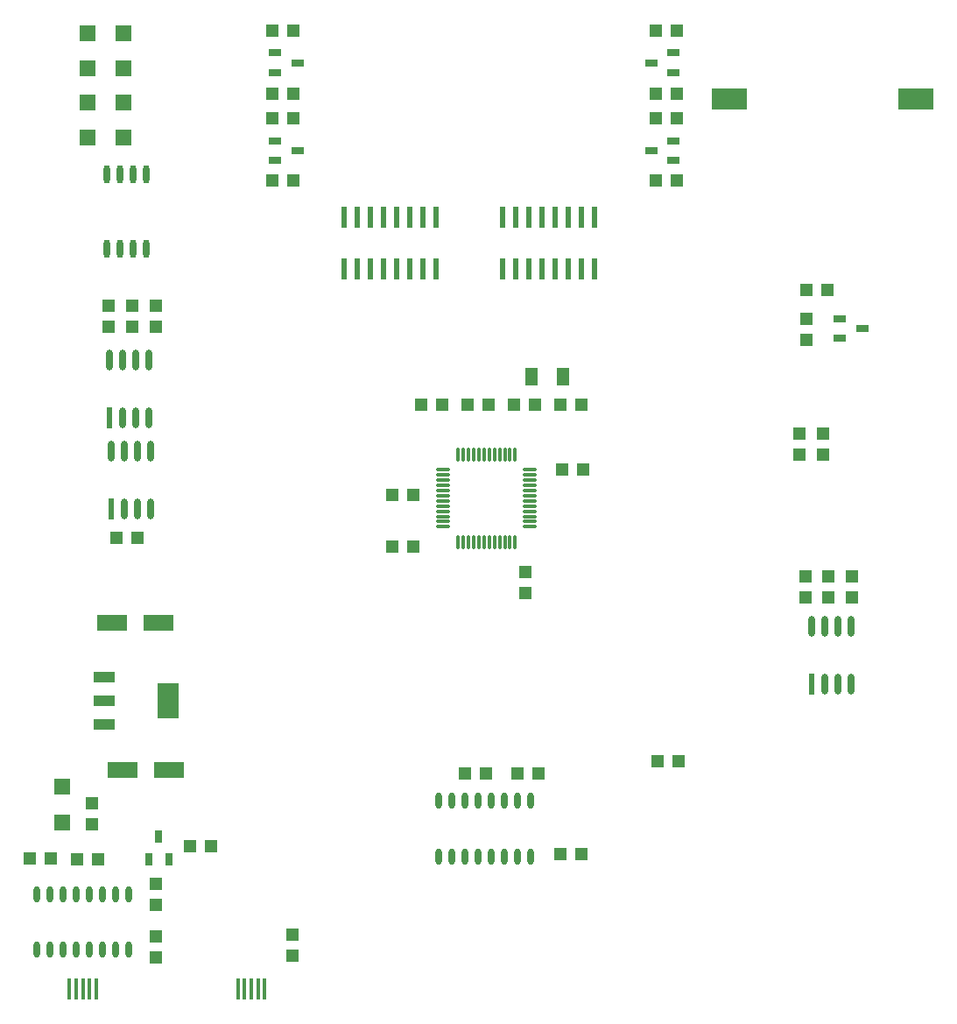
<source format=gtp>
G04 Layer_Color=8421504*
%FSLAX24Y24*%
%MOIN*%
G70*
G01*
G75*
%ADD11R,0.0600X0.0600*%
%ADD12O,0.0236X0.0709*%
%ADD13R,0.0500X0.0500*%
%ADD14O,0.0240X0.0800*%
%ADD15R,0.0240X0.0800*%
%ADD16R,0.1181X0.0630*%
%ADD17R,0.0846X0.1378*%
%ADD18R,0.0846X0.0433*%
%ADD19R,0.0846X0.0433*%
%ADD20R,0.0600X0.0600*%
%ADD21R,0.0500X0.0500*%
%ADD22O,0.0236X0.0610*%
%ADD23R,0.0157X0.0787*%
%ADD24R,0.0315X0.0472*%
%ADD25R,0.0472X0.0315*%
%ADD26R,0.1378X0.0787*%
%ADD27R,0.0472X0.0709*%
%ADD28O,0.0591X0.0118*%
%ADD29O,0.0118X0.0591*%
%ADD30R,0.0217X0.0787*%
D11*
X4712Y35463D02*
D03*
X6062D02*
D03*
X4712Y34143D02*
D03*
X6062D02*
D03*
X4712Y38103D02*
D03*
X6062D02*
D03*
X4712Y36783D02*
D03*
X6062D02*
D03*
D12*
X5430Y29900D02*
D03*
X5930D02*
D03*
X6430D02*
D03*
X6930D02*
D03*
X5430Y32735D02*
D03*
X5930D02*
D03*
X6430D02*
D03*
X6930D02*
D03*
D13*
X6405Y26930D02*
D03*
Y27730D02*
D03*
X7320Y26930D02*
D03*
Y27730D02*
D03*
X4864Y8810D02*
D03*
Y8010D02*
D03*
X12510Y3010D02*
D03*
Y3810D02*
D03*
X33800Y16660D02*
D03*
Y17460D02*
D03*
X32920Y16660D02*
D03*
Y17460D02*
D03*
X31790Y22880D02*
D03*
Y22080D02*
D03*
X32070Y26430D02*
D03*
Y27230D02*
D03*
X32720Y22880D02*
D03*
Y22080D02*
D03*
X7320Y3760D02*
D03*
Y2960D02*
D03*
X5490Y27730D02*
D03*
Y26930D02*
D03*
X32040Y16660D02*
D03*
Y17460D02*
D03*
X21360Y17610D02*
D03*
Y16810D02*
D03*
X7310Y4930D02*
D03*
Y5730D02*
D03*
D14*
X6610Y20000D02*
D03*
X6110Y22200D02*
D03*
X5610D02*
D03*
X6610D02*
D03*
X6110Y20000D02*
D03*
X7110Y22200D02*
D03*
Y20000D02*
D03*
X6530Y23480D02*
D03*
X6030Y25680D02*
D03*
X5530D02*
D03*
X6530D02*
D03*
X6030Y23480D02*
D03*
X7030Y25680D02*
D03*
Y23480D02*
D03*
X33270Y13350D02*
D03*
X32770Y15550D02*
D03*
X32270D02*
D03*
X33270D02*
D03*
X32770Y13350D02*
D03*
X33770Y15550D02*
D03*
Y13350D02*
D03*
D15*
X5610Y20000D02*
D03*
X5530Y23480D02*
D03*
X32270Y13350D02*
D03*
D16*
X5640Y15680D02*
D03*
X7412D02*
D03*
X7802Y10080D02*
D03*
X6030D02*
D03*
D17*
X7785Y12711D02*
D03*
D18*
X5344Y11806D02*
D03*
Y13617D02*
D03*
D19*
Y12711D02*
D03*
D20*
X3754Y8080D02*
D03*
Y9430D02*
D03*
D21*
X4320Y6690D02*
D03*
X5120D02*
D03*
X8610Y7180D02*
D03*
X9410D02*
D03*
X26400Y10400D02*
D03*
X27200D02*
D03*
X32860Y28350D02*
D03*
X32060D02*
D03*
X27130Y38210D02*
D03*
X26330D02*
D03*
Y32500D02*
D03*
X27130D02*
D03*
X26330Y35820D02*
D03*
X27130D02*
D03*
Y34890D02*
D03*
X26330D02*
D03*
X12530Y38210D02*
D03*
X11730D02*
D03*
Y35820D02*
D03*
X12530D02*
D03*
Y34890D02*
D03*
X11730D02*
D03*
Y32500D02*
D03*
X12530D02*
D03*
X16290Y20530D02*
D03*
X17090D02*
D03*
X21743Y23990D02*
D03*
X20943D02*
D03*
X3290Y6710D02*
D03*
X2490D02*
D03*
X21060Y9930D02*
D03*
X21860D02*
D03*
X19860Y9940D02*
D03*
X19060D02*
D03*
X22710Y6870D02*
D03*
X23510D02*
D03*
X5820Y18910D02*
D03*
X6620D02*
D03*
X16290Y18580D02*
D03*
X17090D02*
D03*
X23580Y21510D02*
D03*
X22780D02*
D03*
X22720Y23990D02*
D03*
X23520D02*
D03*
X17390D02*
D03*
X18190D02*
D03*
X19167D02*
D03*
X19967D02*
D03*
D22*
X2760Y3234D02*
D03*
X3260D02*
D03*
X3760D02*
D03*
X4260D02*
D03*
X4760D02*
D03*
X5260D02*
D03*
X5760D02*
D03*
X6260D02*
D03*
Y5360D02*
D03*
X5760D02*
D03*
X5260D02*
D03*
X4760D02*
D03*
X4260D02*
D03*
X3760D02*
D03*
X3260D02*
D03*
X2760D02*
D03*
X21560Y8920D02*
D03*
X21060D02*
D03*
X20560D02*
D03*
X20060D02*
D03*
X19560D02*
D03*
X19060D02*
D03*
X18560D02*
D03*
X18060D02*
D03*
Y6794D02*
D03*
X18560D02*
D03*
X19060D02*
D03*
X19560D02*
D03*
X20060D02*
D03*
X20560D02*
D03*
X21060D02*
D03*
X21560D02*
D03*
D23*
X4784Y1733D02*
D03*
X5040D02*
D03*
X4016D02*
D03*
X4528D02*
D03*
X4272D02*
D03*
X11198D02*
D03*
X11454D02*
D03*
X10430D02*
D03*
X10942D02*
D03*
X10686D02*
D03*
D24*
X7420Y7540D02*
D03*
X7046Y6674D02*
D03*
X7794D02*
D03*
D25*
X34220Y26870D02*
D03*
X33354Y27244D02*
D03*
Y26496D02*
D03*
X26156Y33638D02*
D03*
X27022Y33264D02*
D03*
Y34012D02*
D03*
X26156Y36988D02*
D03*
X27022Y36614D02*
D03*
Y37362D02*
D03*
X12704Y36990D02*
D03*
X11838Y37364D02*
D03*
Y36616D02*
D03*
X12704Y33640D02*
D03*
X11838Y34014D02*
D03*
Y33266D02*
D03*
D26*
X29137Y35620D02*
D03*
X36250D02*
D03*
D27*
X21619Y25050D02*
D03*
X22800D02*
D03*
D28*
X21555Y21496D02*
D03*
Y21299D02*
D03*
Y21103D02*
D03*
Y20906D02*
D03*
Y20709D02*
D03*
Y20512D02*
D03*
Y20315D02*
D03*
Y20118D02*
D03*
Y19921D02*
D03*
Y19725D02*
D03*
Y19528D02*
D03*
Y19331D02*
D03*
X18248D02*
D03*
Y19528D02*
D03*
Y19725D02*
D03*
Y19921D02*
D03*
Y20118D02*
D03*
Y20315D02*
D03*
Y20512D02*
D03*
Y20709D02*
D03*
Y20906D02*
D03*
Y21103D02*
D03*
Y21299D02*
D03*
Y21496D02*
D03*
D29*
X20984Y18760D02*
D03*
X20787D02*
D03*
X20591D02*
D03*
X20394D02*
D03*
X20197D02*
D03*
X20000D02*
D03*
X19803D02*
D03*
X19606D02*
D03*
X19409D02*
D03*
X19213D02*
D03*
X19016Y18760D02*
D03*
X18819D02*
D03*
X18819Y22067D02*
D03*
X19016D02*
D03*
X19213D02*
D03*
X19409D02*
D03*
X19606D02*
D03*
X19803D02*
D03*
X20000D02*
D03*
X20197D02*
D03*
X20394D02*
D03*
X20591D02*
D03*
X20787D02*
D03*
X20984D02*
D03*
D30*
X24000Y29141D02*
D03*
X23500D02*
D03*
X23000D02*
D03*
X22500D02*
D03*
X22000D02*
D03*
X21500D02*
D03*
X21000D02*
D03*
X20500D02*
D03*
Y31110D02*
D03*
X21000D02*
D03*
X21500D02*
D03*
X22000D02*
D03*
X22500D02*
D03*
X23000D02*
D03*
X23500D02*
D03*
X24000D02*
D03*
X17968D02*
D03*
X17468D02*
D03*
X16968D02*
D03*
X16468D02*
D03*
X15968D02*
D03*
X15468D02*
D03*
X14968D02*
D03*
X14468D02*
D03*
Y29141D02*
D03*
X14968D02*
D03*
X15468D02*
D03*
X15968D02*
D03*
X16468D02*
D03*
X16968D02*
D03*
X17468D02*
D03*
X17968D02*
D03*
M02*

</source>
